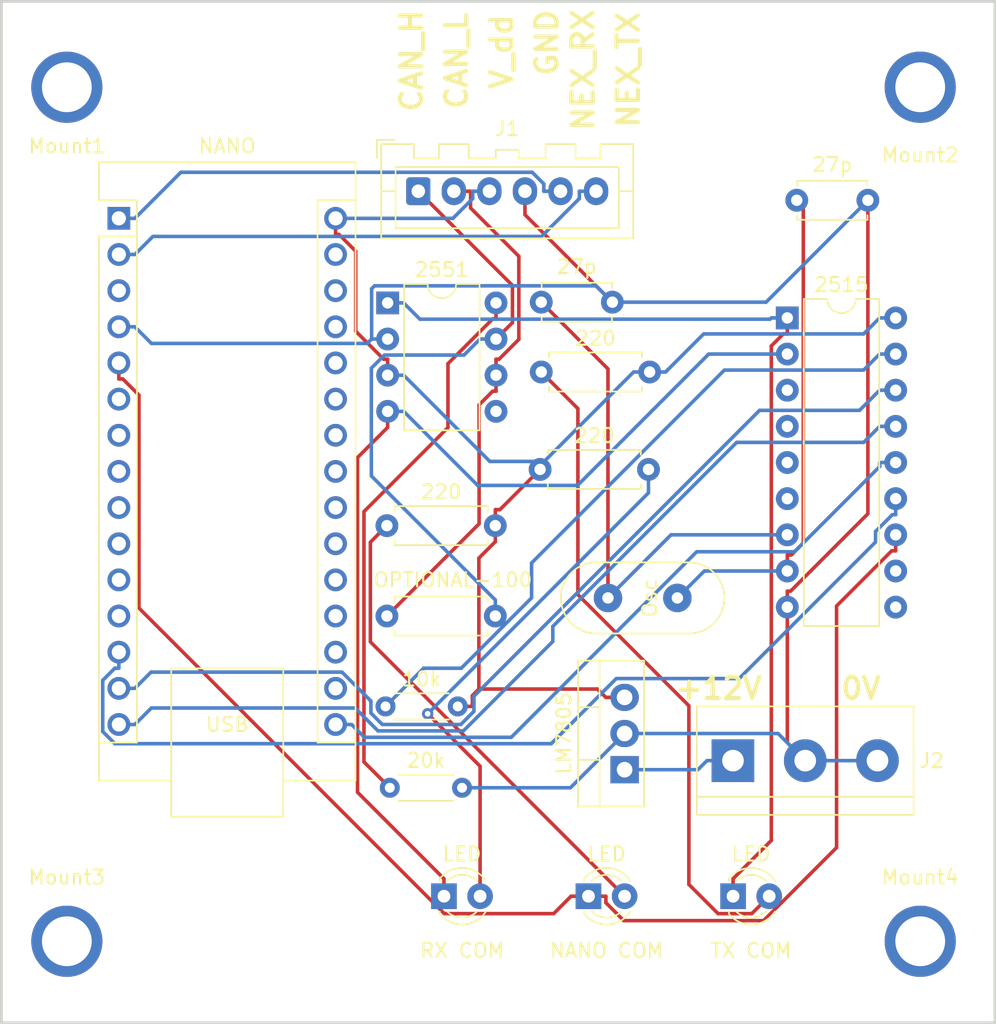
<source format=kicad_pcb>
(kicad_pcb (version 20211014) (generator pcbnew)
  (layers (0 "F.Cu" signal) (31 "B.Cu" signal) (34 "B.Paste" user) (35 "F.Paste" user) (36 "B.SilkS" user "B.Silkscreen") (37 "F.SilkS" user "F.Silkscreen") (38 "B.Mask" user) (39 "F.Mask" user) (44 "Edge.Cuts" user))
  (net 0 "")
  (net 1 "NEX_RX")
  (net 2 "NEX_TX")
  (net 4 "GND")
  (net 5 "NANO 2")
  (net 13 "Net-(A1-Pad13)")
  (net 14 "Net-(A1-Pad14)")
  (net 15 "Net-(A1-Pad15)")
  (net 16 "Net-(A1-Pad16)")
  (net 30 "V_dd")
  (net 31 "Net-(C1-Pad1)")
  (net 32 "Net-(C2-Pad1)")
  (net 33 "CAN_RX")
  (net 34 "Net-(D1-Pad2)")
  (net 35 "CAN_TX")
  (net 36 "Net-(D2-Pad2)")
  (net 37 "Net-(D3-Pad2)")
  (net 38 "CANH")
  (net 39 "CANL")
  (net 40 "Net-(R2-Pad1)")
  (net 41 "Net-(R5-Pad1)")
  (net 47 "V_IN")
  (footprint "Resistor_THT:R_Axial_DIN0207_L6.3mm_D2.5mm_P7.62mm_Horizontal" (layer "F.Cu") (at 63.275 46.85)
    (fp_text reference "220" (at 3.81 -2.37) (layer "F.SilkS"))
    (fp_text value "220")
    (fp_line (start 0.54 -1.37) (end 7.08 -1.37) (layer "F.SilkS") (width 0.12))
    (fp_line (start 0.54 1.04) (end 0.54 1.37) (layer "F.SilkS") (width 0.12))
    (fp_line (start 7.08 -1.37) (end 7.08 -1.04) (layer "F.SilkS") (width 0.12))
    (fp_line (start 7.08 1.37) (end 7.08 1.04) (layer "F.SilkS") (width 0.12))
    (fp_line (start 0.54 1.37) (end 7.08 1.37) (layer "F.SilkS") (width 0.12))
    (fp_line (start 0.54 -1.04) (end 0.54 -1.37) (layer "F.SilkS") (width 0.12))
    (pad "1" thru_hole circle (at 0 0) (size 1.6 1.6) (drill 0.8) (layers *.Cu *.Mask) (net 30 "V_dd"))
    (pad "2" thru_hole oval (at 7.62 0) (size 1.6 1.6) (drill 0.8) (layers *.Cu *.Mask) (net 34 "Net-(D1-Pad2)"))
  )
  (footprint "MountingHole:MountingHole_3.5mm_Pad" (layer "F.Cu") (at 90 80)
    (fp_text reference "Mount4" (at 0 -4.5) (layer "F.SilkS"))
    (fp_text value "MountingHole_3.5mm_Pad")
    (pad "1" thru_hole circle (at 0 0) (size 5 5) (drill 3.5) (layers F&B.Cu *.Mask))
  )
  (footprint "LED_THT:LED_D3.0mm" (layer "F.Cu") (at 56.515 76.835)
    (fp_text reference "LED" (at 1.27 -2.96) (layer "F.SilkS"))
    (fp_text value "RX COM" (at 1.27 3.81) (layer "F.SilkS"))
    (fp_line (start -0.29 -1.236) (end -0.29 -1.08) (layer "F.SilkS") (width 0.12))
    (fp_line (start -0.29 1.08) (end -0.29 1.236) (layer "F.SilkS") (width 0.12))
    (fp_arc (start 2.942335 1.078608) (mid 1.366487 1.987659) (end -0.29 1.235516) (layer "F.SilkS") (width 0.12))
    (fp_arc (start 0.229039 -1.08) (mid 1.270117 -1.5) (end 2.31113 -1.079837) (layer "F.SilkS") (width 0.12))
    (fp_arc (start 2.31113 1.079837) (mid 1.270117 1.5) (end 0.229039 1.08) (layer "F.SilkS") (width 0.12))
    (fp_arc (start -0.29 -1.235516) (mid 1.366487 -1.987659) (end 2.942335 -1.078608) (layer "F.SilkS") (width 0.12))
    (pad "1" thru_hole rect (at 0 0) (size 1.8 1.8) (drill 0.9) (layers *.Cu *.Mask) (net 33 "CAN_RX"))
    (pad "2" thru_hole circle (at 2.54 0) (size 1.8 1.8) (drill 0.9) (layers *.Cu *.Mask) (net 34 "Net-(D1-Pad2)"))
  )
  (footprint "LED_THT:LED_D3.0mm" (layer "F.Cu") (at 76.84 76.835)
    (fp_text reference "LED" (at 1.27 -2.96) (layer "F.SilkS"))
    (fp_text value "TX COM" (at 1.27 3.81) (layer "F.SilkS"))
    (fp_line (start -0.29 -1.236) (end -0.29 -1.08) (layer "F.SilkS") (width 0.12))
    (fp_line (start -0.29 1.08) (end -0.29 1.236) (layer "F.SilkS") (width 0.12))
    (fp_arc (start -0.29 -1.235516) (mid 1.366487 -1.987659) (end 2.942335 -1.078608) (layer "F.SilkS") (width 0.12))
    (fp_arc (start 2.31113 1.079837) (mid 1.270117 1.5) (end 0.229039 1.08) (layer "F.SilkS") (width 0.12))
    (fp_arc (start 2.942335 1.078608) (mid 1.366487 1.987659) (end -0.29 1.235516) (layer "F.SilkS") (width 0.12))
    (fp_arc (start 0.229039 -1.08) (mid 1.270117 -1.5) (end 2.31113 -1.079837) (layer "F.SilkS") (width 0.12))
    (pad "1" thru_hole rect (at 0 0) (size 1.8 1.8) (drill 0.9) (layers *.Cu *.Mask) (net 35 "CAN_TX"))
    (pad "2" thru_hole circle (at 2.54 0) (size 1.8 1.8) (drill 0.9) (layers *.Cu *.Mask) (net 36 "Net-(D2-Pad2)"))
  )
  (footprint "Capacitor_THT:C_Disc_D4.7mm_W2.5mm_P5.00mm" (layer "F.Cu") (at 81.32 27.94)
    (fp_text reference "27p" (at 2.5 -2.5) (layer "F.SilkS"))
    (fp_text value "27pF")
    (fp_line (start 0.03 -1.37) (end 4.97 -1.37) (layer "F.SilkS") (width 0.12))
    (fp_line (start 4.97 1.055) (end 4.97 1.37) (layer "F.SilkS") (width 0.12))
    (fp_line (start 0.03 1.055) (end 0.03 1.37) (layer "F.SilkS") (width 0.12))
    (fp_line (start 4.97 -1.37) (end 4.97 -1.055) (layer "F.SilkS") (width 0.12))
    (fp_line (start 0.03 1.37) (end 4.97 1.37) (layer "F.SilkS") (width 0.12))
    (fp_line (start 0.03 -1.37) (end 0.03 -1.055) (layer "F.SilkS") (width 0.12))
    (pad "1" thru_hole circle (at 0 0) (size 1.6 1.6) (drill 0.8) (layers *.Cu *.Mask) (net 32 "Net-(C2-Pad1)"))
    (pad "2" thru_hole circle (at 5 0) (size 1.6 1.6) (drill 0.8) (layers *.Cu *.Mask) (net 4 "GND"))
  )
  (footprint "Resistor_THT:R_Axial_DIN0207_L6.3mm_D2.5mm_P7.62mm_Horizontal" (layer "F.Cu") (at 63.355 40.005)
    (fp_text reference "220" (at 3.81 -2.37) (layer "F.SilkS"))
    (fp_text value "220")
    (fp_line (start 7.08 -1.37) (end 7.08 -1.04) (layer "F.SilkS") (width 0.12))
    (fp_line (start 0.54 -1.04) (end 0.54 -1.37) (layer "F.SilkS") (width 0.12))
    (fp_line (start 0.54 1.37) (end 7.08 1.37) (layer "F.SilkS") (width 0.12))
    (fp_line (start 7.08 1.37) (end 7.08 1.04) (layer "F.SilkS") (width 0.12))
    (fp_line (start 0.54 1.04) (end 0.54 1.37) (layer "F.SilkS") (width 0.12))
    (fp_line (start 0.54 -1.37) (end 7.08 -1.37) (layer "F.SilkS") (width 0.12))
    (pad "1" thru_hole circle (at 0 0) (size 1.6 1.6) (drill 0.8) (layers *.Cu *.Mask) (net 36 "Net-(D2-Pad2)"))
    (pad "2" thru_hole oval (at 7.62 0) (size 1.6 1.6) (drill 0.8) (layers *.Cu *.Mask) (net 30 "V_dd"))
  )
  (footprint "Package_TO_SOT_THT:TO-220-3_Vertical" (layer "F.Cu") (at 69.215 67.945 90)
    (fp_text reference "LM7805" (at 2.54 -4.27 90) (layer "F.SilkS"))
    (fp_text value "LM7805_TO220")
    (fp_line (start -2.58 -3.27) (end 7.66 -3.27) (layer "F.SilkS") (width 0.12))
    (fp_line (start 4.391 -3.27) (end 4.391 -1.76) (layer "F.SilkS") (width 0.12))
    (fp_line (start 0.69 -3.27) (end 0.69 -1.76) (layer "F.SilkS") (width 0.12))
    (fp_line (start -2.58 -1.76) (end 7.66 -1.76) (layer "F.SilkS") (width 0.12))
    (fp_line (start -2.58 -3.27) (end -2.58 1.371) (layer "F.SilkS") (width 0.12))
    (fp_line (start -2.58 1.371) (end 7.66 1.371) (layer "F.SilkS") (width 0.12))
    (fp_line (start 7.66 -3.27) (end 7.66 1.371) (layer "F.SilkS") (width 0.12))
    (pad "1" thru_hole rect (at 0 0 90) (size 1.905 2) (drill 1.1) (layers *.Cu *.Mask) (net 47 "V_IN"))
    (pad "2" thru_hole oval (at 2.54 0 90) (size 1.905 2) (drill 1.1) (layers *.Cu *.Mask) (net 4 "GND"))
    (pad "3" thru_hole oval (at 5.08 0 90) (size 1.905 2) (drill 1.1) (layers *.Cu *.Mask) (net 30 "V_dd"))
  )
  (footprint "LED_THT:LED_D3.0mm" (layer "F.Cu") (at 66.675 76.835)
    (fp_text reference "LED" (at 1.27 -2.96) (layer "F.SilkS"))
    (fp_text value "NANO COM" (at 1.27 3.81) (layer "F.SilkS"))
    (fp_line (start -0.29 1.08) (end -0.29 1.236) (layer "F.SilkS") (width 0.12))
    (fp_line (start -0.29 -1.236) (end -0.29 -1.08) (layer "F.SilkS") (width 0.12))
    (fp_arc (start 0.229039 -1.08) (mid 1.270117 -1.5) (end 2.31113 -1.079837) (layer "F.SilkS") (width 0.12))
    (fp_arc (start 2.942335 1.078608) (mid 1.366487 1.987659) (end -0.29 1.235516) (layer "F.SilkS") (width 0.12))
    (fp_arc (start 2.31113 1.079837) (mid 1.270117 1.5) (end 0.229039 1.08) (layer "F.SilkS") (width 0.12))
    (fp_arc (start -0.29 -1.235516) (mid 1.366487 -1.987659) (end 2.942335 -1.078608) (layer "F.SilkS") (width 0.12))
    (pad "1" thru_hole rect (at 0 0) (size 1.8 1.8) (drill 0.9) (layers *.Cu *.Mask) (net 5 "NANO 2"))
    (pad "2" thru_hole circle (at 2.54 0) (size 1.8 1.8) (drill 0.9) (layers *.Cu *.Mask) (net 37 "Net-(D3-Pad2)"))
  )
  (footprint "Module:Arduino_Nano" (layer "F.Cu") (at 33.655 29.21)
    (fp_text reference "NANO" (at 7.62 -5.08) (layer "F.SilkS"))
    (fp_text value "Arduino_Nano_v2.x")
    (fp_text user "USB" (at 7.62 35.56 unlocked) (layer "F.SilkS"))
    (fp_line (start 1.27 1.27) (end 1.27 36.83) (layer "F.SilkS") (width 0.12))
    (fp_line (start 1.27 -1.27) (end -1.4 -1.27) (layer "F.SilkS") (width 0.12))
    (fp_line (start 16.64 39.5) (end 16.64 -3.94) (layer "F.SilkS") (width 0.12))
    (fp_line (start 16.64 -3.94) (end -1.4 -3.94) (layer "F.SilkS") (width 0.12))
    (fp_line (start 1.27 1.27) (end 1.27 -1.27) (layer "F.SilkS") (width 0.12))
    (fp_line (start -1.4 -3.94) (end -1.4 -1.27) (layer "F.SilkS") (width 0.12))
    (fp_line (start -1.4 39.5) (end 3.68 39.5) (layer "F.SilkS") (width 0.12))
    (fp_line (start 3.68 42.04) (end 3.68 31.62) (layer "F.SilkS") (width 0.12))
    (fp_line (start 13.97 36.83) (end 16.64 36.83) (layer "F.SilkS") (width 0.12))
    (fp_line (start 16.64 39.5) (end 11.56 39.5) (layer "F.SilkS") (width 0.12))
    (fp_line (start 1.27 36.83) (end -1.4 36.83) (layer "F.SilkS") (width 0.12))
    (fp_line (start 11.56 42.04) (end 3.68 42.04) (layer "F.SilkS") (width 0.12))
    (fp_line (start 13.97 -1.27) (end 16.64 -1.27) (layer "F.SilkS") (width 0.12))
    (fp_line (start 11.56 31.62) (end 11.56 42.04) (layer "F.SilkS") (width 0.12))
    (fp_line (start 3.68 31.62) (end 11.56 31.62) (layer "F.SilkS") (width 0.12))
    (fp_line (start 13.97 -1.27) (end 13.97 36.83) (layer "F.SilkS") (width 0.12))
    (fp_line (start 1.27 1.27) (end -1.4 1.27) (layer "F.SilkS") (width 0.12))
    (fp_line (start -1.4 1.27) (end -1.4 39.5) (layer "F.SilkS") (width 0.12))
    (pad "1" thru_hole rect (at 0 0) (size 1.6 1.6) (drill 1) (layers *.Cu *.Mask) (net 1 "NEX_RX"))
    (pad "2" thru_hole oval (at 0 2.54) (size 1.6 1.6) (drill 1) (layers *.Cu *.Mask) (net 2 "NEX_TX"))
    (pad "3" thru_hole oval (at 0 5.08) (size 1.6 1.6) (drill 1) (layers *.Cu *.Mask))
    (pad "4" thru_hole oval (at 0 7.62) (size 1.6 1.6) (drill 1) (layers *.Cu *.Mask) (net 4 "GND"))
    (pad "5" thru_hole oval (at 0 10.16) (size 1.6 1.6) (drill 1) (layers *.Cu *.Mask) (net 5 "NANO 2"))
    (pad "6" thru_hole oval (at 0 12.7) (size 1.6 1.6) (drill 1) (layers *.Cu *.Mask))
    (pad "7" thru_hole oval (at 0 15.24) (size 1.6 1.6) (drill 1) (layers *.Cu *.Mask))
    (pad "8" thru_hole oval (at 0 17.78) (size 1.6 1.6) (drill 1) (layers *.Cu *.Mask))
    (pad "9" thru_hole oval (at 0 20.32) (size 1.6 1.6) (drill 1) (layers *.Cu *.Mask))
    (pad "10" thru_hole oval (at 0 22.86) (size 1.6 1.6) (drill 1) (layers *.Cu *.Mask))
    (pad "11" thru_hole oval (at 0 25.4) (size 1.6 1.6) (drill 1) (layers *.Cu *.Mask))
    (pad "12" thru_hole oval (at 0 27.94) (size 1.6 1.6) (drill 1) (layers *.Cu *.Mask))
    (pad "13" thru_hole oval (at 0 30.48) (size 1.6 1.6) (drill 1) (layers *.Cu *.Mask) (net 13 "Net-(A1-Pad13)"))
    (pad "14" thru_hole oval (at 0 33.02) (size 1.6 1.6) (drill 1) (layers *.Cu *.Mask) (net 14 "Net-(A1-Pad14)"))
    (pad "15" thru_hole oval (at 0 35.56) (size 1.6 1.6) (drill 1) (layers *.Cu *.Mask) (net 15 "Net-(A1-Pad15)"))
    (pad "16" thru_hole oval (at 15.24 35.56) (size 1.6 1.6) (drill 1) (layers *.Cu *.Mask) (net 16 "Net-(A1-Pad16)"))
    (pad "17" thru_hole oval (at 15.24 33.02) (size 1.6 1.6) (drill 1) (layers *.Cu *.Mask))
    (pad "18" thru_hole oval (at 15.24 30.48) (size 1.6 1.6) (drill 1) (layers *.Cu *.Mask))
    (pad "19" thru_hole oval (at 15.24 27.94) (size 1.6 1.6) (drill 1) (layers *.Cu *.Mask))
    (pad "20" thru_hole oval (at 15.24 25.4) (size 1.6 1.6) (drill 1) (layers *.Cu *.Mask))
    (pad "21" thru_hole oval (at 15.24 22.86) (size 1.6 1.6) (drill 1) (layers *.Cu *.Mask))
    (pad "22" thru_hole oval (at 15.24 20.32) (size 1.6 1.6) (drill 1) (layers *.Cu *.Mask))
    (pad "23" thru_hole oval (at 15.24 17.78) (size 1.6 1.6) (drill 1) (layers *.Cu *.Mask))
    (pad "24" thru_hole oval (at 15.24 15.24) (size 1.6 1.6) (drill 1) (layers *.Cu *.Mask))
    (pad "25" thru_hole oval (at 15.24 12.7) (size 1.6 1.6) (drill 1) (layers *.Cu *.Mask))
    (pad "26" thru_hole oval (at 15.24 10.16) (size 1.6 1.6) (drill 1) (layers *.Cu *.Mask))
    (pad "27" thru_hole oval (at 15.24 7.62) (size 1.6 1.6) (drill 1) (layers *.Cu *.Mask))
    (pad "28" thru_hole oval (at 15.24 5.08) (size 1.6 1.6) (drill 1) (layers *.Cu *.Mask))
    (pad "29" thru_hole oval (at 15.24 2.54) (size 1.6 1.6) (drill 1) (layers *.Cu *.Mask))
    (pad "30" thru_hole oval (at 15.24 0) (size 1.6 1.6) (drill 1) (layers *.Cu *.Mask) (net 30 "V_dd"))
  )
  (footprint "Connector_JST:JST_XA_B06B-XASK-1_1x06_P2.50mm_Vertical" (layer "F.Cu") (at 54.71 27.305)
    (fp_text reference "J1" (at 6.25 -4.4) (layer "F.SilkS"))
    (fp_text value "Conn_01x06_Male")
    (fp_line (start 1.45 -3.31) (end 1.45 -2.31) (layer "F.SilkS") (width 0.12))
    (fp_line (start 15.11 3.31) (end 15.11 -3.31) (layer "F.SilkS") (width 0.12))
    (fp_line (start 7.05 -2.91) (end 5.45 -2.91) (layer "F.SilkS") (width 0.12))
    (fp_line (start -0.31 -2.31) (end -0.31 -3.31) (layer "F.SilkS") (width 0.12))
    (fp_line (start 15.11 0) (end 14.1 0) (layer "F.SilkS") (width 0.12))
    (fp_line (start 12.81 -3.31) (end 12.81 -2.31) (layer "F.SilkS") (width 0.12))
    (fp_line (start 1.45 -2.31) (end -0.31 -2.31) (layer "F.SilkS") (width 0.12))
    (fp_line (start 14.1 -1.7) (end -1.6 -1.7) (layer "F.SilkS") (width 0.12))
    (fp_line (start -2.61 0) (end -1.6 0) (layer "F.SilkS") (width 0.12))
    (fp_line (start -1.6 -1.7) (end -1.6 2.6) (layer "F.SilkS") (width 0.12))
    (fp_line (start 7.05 -2.31) (end 7.05 -2.91) (layer "F.SilkS") (width 0.12))
    (fp_line (start -2.91 -3.61) (end -2.91 -2.36) (layer "F.SilkS") (width 0.12))
    (fp_line (start -2.61 -3.31) (end -2.61 3.31) (layer "F.SilkS") (width 0.12))
    (fp_line (start 11.05 -3.31) (end 8.95 -3.31) (layer "F.SilkS") (width 0.12))
    (fp_line (start 3.55 -3.31) (end 1.45 -3.31) (layer "F.SilkS") (width 0.12))
    (fp_line (start 14.1 2.6) (end 14.1 -1.7) (layer "F.SilkS") (width 0.12))
    (fp_line (start -2.61 3.31) (end 15.11 3.31) (layer "F.SilkS") (width 0.12))
    (fp_line (start 5.45 -2.91) (end 5.45 -2.31) (layer "F.SilkS") (width 0.12))
    (fp_line (start -1.6 2.6) (end 14.1 2.6) (layer "F.SilkS") (width 0.12))
    (fp_line (start 15.11 -3.31) (end 12.81 -3.31) (layer "F.SilkS") (width 0.12))
    (fp_line (start 3.55 -2.31) (end 3.55 -3.31) (layer "F.SilkS") (width 0.12))
    (fp_line (start 12.81 -2.31) (end 11.05 -2.31) (layer "F.SilkS") (width 0.12))
    (fp_line (start 5.45 -2.31) (end 3.55 -2.31) (layer "F.SilkS") (width 0.12))
    (fp_line (start -1.66 -3.61) (end -2.91 -3.61) (layer "F.SilkS") (width 0.12))
    (fp_line (start 8.95 -2.31) (end 7.05 -2.31) (layer "F.SilkS") (width 0.12))
    (fp_line (start -0.31 -3.31) (end -2.61 -3.31) (layer "F.SilkS") (width 0.12))
    (fp_line (start 8.95 -3.31) (end 8.95 -2.31) (layer "F.SilkS") (width 0.12))
    (fp_line (start 11.05 -2.31) (end 11.05 -3.31) (layer "F.SilkS") (width 0.12))
    (pad "1" thru_hole roundrect (at 0 0) (size 1.7 1.95) (drill 0.95) (layers *.Cu *.Mask) (roundrect_rratio 0.147059) (net 38 "CANH"))
    (pad "2" thru_hole oval (at 2.5 0) (size 1.7 1.95) (drill 0.95) (layers *.Cu *.Mask) (net 39 "CANL"))
    (pad "3" thru_hole oval (at 5 0) (size 1.7 1.95) (drill 0.95) (layers *.Cu *.Mask) (net 30 "V_dd"))
    (pad "4" thru_hole oval (at 7.5 0) (size 1.7 1.95) (drill 0.95) (layers *.Cu *.Mask) (net 4 "GND"))
    (pad "5" thru_hole oval (at 10 0) (size 1.7 1.95) (drill 0.95) (layers *.Cu *.Mask) (net 1 "NEX_RX"))
    (pad "6" thru_hole oval (at 12.5 0) (size 1.7 1.95) (drill 0.95) (layers *.Cu *.Mask) (net 2 "NEX_TX"))
  )
  (footprint "Resistor_THT:R_Axial_DIN0204_L3.6mm_D1.6mm_P5.08mm_Horizontal" (layer "F.Cu") (at 52.405 63.5)
    (fp_text reference "10k" (at 2.54 -1.92) (layer "F.SilkS"))
    (fp_text value "10k")
    (fp_line (start 0.62 -0.92) (end 4.46 -0.92) (layer "F.SilkS") (width 0.12))
    (fp_line (start 0.62 0.92) (end 4.46 0.92) (layer "F.SilkS") (width 0.12))
    (pad "1" thru_hole circle (at 0 0) (size 1.4 1.4) (drill 0.7) (layers *.Cu *.Mask) (net 41 "Net-(R5-Pad1)"))
    (pad "2" thru_hole oval (at 5.08 0) (size 1.4 1.4) (drill 0.7) (layers *.Cu *.Mask) (net 30 "V_dd"))
  )
  (footprint "Package_DIP:DIP-18_W7.62mm" (layer "F.Cu") (at 80.655 36.205)
    (fp_text reference "2515" (at 3.81 -2.33) (layer "F.SilkS"))
    (fp_text value "MCP2515-xSO")
    (fp_line (start 1.16 21.65) (end 6.46 21.65) (layer "F.SilkS") (width 0.12))
    (fp_line (start 6.46 21.65) (end 6.46 -1.33) (layer "F.SilkS") (width 0.12))
    (fp_line (start 6.46 -1.33) (end 4.81 -1.33) (layer "F.SilkS") (width 0.12))
    (fp_line (start 1.16 -1.33) (end 1.16 21.65) (layer "F.SilkS") (width 0.12))
    (fp_line (start 2.81 -1.33) (end 1.16 -1.33) (layer "F.SilkS") (width 0.12))
    (fp_arc (start 4.81 -1.33) (mid 3.81 -0.33) (end 2.81 -1.33) (layer "F.SilkS") (width 0.12))
    (pad "1" thru_hole rect (at 0 0) (size 1.6 1.6) (drill 0.8) (layers *.Cu *.Mask) (net 35 "CAN_TX"))
    (pad "2" thru_hole oval (at 0 2.54) (size 1.6 1.6) (drill 0.8) (layers *.Cu *.Mask) (net 33 "CAN_RX"))
    (pad "3" thru_hole oval (at 0 5.08) (size 1.6 1.6) (drill 0.8) (layers *.Cu *.Mask))
    (pad "4" thru_hole oval (at 0 7.62) (size 1.6 1.6) (drill 0.8) (layers *.Cu *.Mask))
    (pad "5" thru_hole oval (at 0 10.16) (size 1.6 1.6) (drill 0.8) (layers *.Cu *.Mask))
    (pad "6" thru_hole oval (at 0 12.7) (size 1.6 1.6) (drill 0.8) (layers *.Cu *.Mask))
    (pad "7" thru_hole oval (at 0 15.24) (size 1.6 1.6) (drill 0.8) (layers *.Cu *.Mask) (net 31 "Net-(C1-Pad1)"))
    (pad "8" thru_hole oval (at 0 17.78) (size 1.6 1.6) (drill 0.8) (layers *.Cu *.Mask) (net 32 "Net-(C2-Pad1)"))
    (pad "9" thru_hole oval (at 0 20.32) (size 1.6 1.6) (drill 0.8) (layers *.Cu *.Mask) (net 4 "GND"))
    (pad "10" thru_hole oval (at 7.62 20.32) (size 1.6 1.6) (drill 0.8) (layers *.Cu *.Mask))
    (pad "11" thru_hole oval (at 7.62 17.78) (size 1.6 1.6) (drill 0.8) (layers *.Cu *.Mask))
    (pad "12" thru_hole oval (at 7.62 15.24) (size 1.6 1.6) (drill 0.8) (layers *.Cu *.Mask) (net 5 "NANO 2"))
    (pad "13" thru_hole oval (at 7.62 12.7) (size 1.6 1.6) (drill 0.8) (layers *.Cu *.Mask) (net 13 "Net-(A1-Pad13)"))
    (pad "14" thru_hole oval (at 7.62 10.16) (size 1.6 1.6) (drill 0.8) (layers *.Cu *.Mask) (net 16 "Net-(A1-Pad16)"))
    (pad "15" thru_hole oval (at 7.62 7.62) (size 1.6 1.6) (drill 0.8) (layers *.Cu *.Mask) (net 15 "Net-(A1-Pad15)"))
    (pad "16" thru_hole oval (at 7.62 5.08) (size 1.6 1.6) (drill 0.8) (layers *.Cu *.Mask) (net 14 "Net-(A1-Pad14)"))
    (pad "17" thru_hole oval (at 7.62 2.54) (size 1.6 1.6) (drill 0.8) (layers *.Cu *.Mask) (net 41 "Net-(R5-Pad1)"))
    (pad "18" thru_hole oval (at 7.62 0) (size 1.6 1.6) (drill 0.8) (layers *.Cu *.Mask) (net 30 "V_dd"))
  )
  (footprint "MountingHole:MountingHole_3.5mm_Pad" (layer "F.Cu") (at 90 20)
    (fp_text reference "Mount2" (at 0 4.765) (layer "F.SilkS"))
    (fp_text value "MountingHole_3.5mm_Pad")
    (pad "1" thru_hole circle (at 0 0) (size 5 5) (drill 3.5) (layers *.Cu *.Mask))
  )
  (footprint "Resistor_THT:R_Axial_DIN0207_L6.3mm_D2.5mm_P7.62mm_Horizontal" (layer "F.Cu") (at 52.505 57.15)
    (fp_text reference "OPTIONAL-100" (at 4.645 -2.54) (layer "F.SilkS"))
    (fp_text value "100")
    (fp_line (start 0.54 1.37) (end 7.08 1.37) (layer "F.SilkS") (width 0.12))
    (fp_line (start 0.54 -1.04) (end 0.54 -1.37) (layer "F.SilkS") (width 0.12))
    (fp_line (start 7.08 1.37) (end 7.08 1.04) (layer "F.SilkS") (width 0.12))
    (fp_line (start 0.54 -1.37) (end 7.08 -1.37) (layer "F.SilkS") (width 0.12))
    (fp_line (start 0.54 1.04) (end 0.54 1.37) (layer "F.SilkS") (width 0.12))
    (fp_line (start 7.08 -1.37) (end 7.08 -1.04) (layer "F.SilkS") (width 0.12))
    (pad "1" thru_hole circle (at 0 0) (size 1.6 1.6) (drill 0.8) (layers *.Cu *.Mask) (net 39 "CANL"))
    (pad "2" thru_hole oval (at 7.62 0) (size 1.6 1.6) (drill 0.8) (layers *.Cu *.Mask) (net 38 "CANH"))
  )
  (footprint "Package_DIP:DIP-8_W7.62mm" (layer "F.Cu") (at 52.555 35.15)
    (fp_text reference "2551" (at 3.81 -2.33) (layer "F.SilkS"))
    (fp_text value "MCP2551-I-P")
    (fp_line (start 1.16 -1.33) (end 1.16 8.95) (layer "F.SilkS") (width 0.12))
    (fp_line (start 1.16 8.95) (end 6.46 8.95) (layer "F.SilkS") (width 0.12))
    (fp_line (start 6.46 -1.33) (end 4.81 -1.33) (layer "F.SilkS") (width 0.12))
    (fp_line (start 2.81 -1.33) (end 1.16 -1.33) (layer "F.SilkS") (width 0.12))
    (fp_line (start 6.46 8.95) (end 6.46 -1.33) (layer "F.SilkS") (width 0.12))
    (fp_arc (start 4.81 -1.33) (mid 3.81 -0.33) (end 2.81 -1.33) (layer "F.SilkS") (width 0.12))
    (pad "1" thru_hole rect (at 0 0) (size 1.6 1.6) (drill 0.8) (layers *.Cu *.Mask) (net 35 "CAN_TX"))
    (pad "2" thru_hole oval (at 0 2.54) (size 1.6 1.6) (drill 0.8) (layers *.Cu *.Mask) (net 4 "GND"))
    (pad "3" thru_hole oval (at 0 5.08) (size 1.6 1.6) (drill 0.8) (layers *.Cu *.Mask) (net 30 "V_dd"))
    (pad "4" thru_hole oval (at 0 7.62) (size 1.6 1.6) (drill 0.8) (layers *.Cu *.Mask) (net 33 "CAN_RX"))
    (pad "5" thru_hole oval (at 7.62 7.62) (size 1.6 1.6) (drill 0.8) (layers *.Cu *.Mask))
    (pad "6" thru_hole oval (at 7.62 5.08) (size 1.6 1.6) (drill 0.8) (layers *.Cu *.Mask) (net 39 "CANL"))
    (pad "7" thru_hole oval (at 7.62 2.54) (size 1.6 1.6) (drill 0.8) (layers *.Cu *.Mask) (net 38 "CANH"))
    (pad "8" thru_hole oval (at 7.62 0) (size 1.6 1.6) (drill 0.8) (layers *.Cu *.Mask) (net 40 "Net-(R2-Pad1)"))
  )
  (footprint "Resistor_THT:R_Axial_DIN0204_L3.6mm_D1.6mm_P5.08mm_Horizontal" (layer "F.Cu") (at 52.705 69.215)
    (fp_text reference "20k" (at 2.54 -1.92) (layer "F.SilkS"))
    (fp_text value "20k")
    (fp_line (start 0.62 0.92) (end 4.46 0.92) (layer "F.SilkS") (width 0.12))
    (fp_line (start 0.62 -0.92) (end 4.46 -0.92) (layer "F.SilkS") (width 0.12))
    (pad "1" thru_hole circle (at 0 0) (size 1.4 1.4) (drill 0.7) (layers *.Cu *.Mask) (net 40 "Net-(R2-Pad1)"))
    (pad "2" thru_hole oval (at 5.08 0) (size 1.4 1.4) (drill 0.7) (layers *.Cu *.Mask) (net 4 "GND"))
  )
  (footprint "Resistor_THT:R_Axial_DIN0207_L6.3mm_D2.5mm_P7.62mm_Horizontal" (layer "F.Cu") (at 52.505 50.8)
    (fp_text reference "220" (at 3.81 -2.37) (layer "F.SilkS"))
    (fp_text value "220")
    (fp_line (start 0.54 -1.37) (end 7.08 -1.37) (layer "F.SilkS") (width 0.12))
    (fp_line (start 0.54 -1.04) (end 0.54 -1.37) (layer "F.SilkS") (width 0.12))
    (fp_line (start 0.54 1.04) (end 0.54 1.37) (layer "F.SilkS") (width 0.12))
    (fp_line (start 7.08 1.37) (end 7.08 1.04) (layer "F.SilkS") (width 0.12))
    (fp_line (start 7.08 -1.37) (end 7.08 -1.04) (layer "F.SilkS") (width 0.12))
    (fp_line (start 0.54 1.37) (end 7.08 1.37) (layer "F.SilkS") (width 0.12))
    (pad "1" thru_hole circle (at 0 0) (size 1.6 1.6) (drill 0.8) (layers *.Cu *.Mask) (net 37 "Net-(D3-Pad2)"))
    (pad "2" thru_hole oval (at 7.62 0) (size 1.6 1.6) (drill 0.8) (layers *.Cu *.Mask) (net 30 "V_dd"))
  )
  (footprint "Capacitor_THT:C_Disc_D4.7mm_W2.5mm_P5.00mm" (layer "F.Cu") (at 63.355 35.1)
    (fp_text reference "27p" (at 2.5 -2.5) (layer "F.SilkS"))
    (fp_text value "27pF")
    (fp_line (start 0.03 1.37) (end 4.97 1.37) (layer "F.SilkS") (width 0.12))
    (fp_line (start 4.97 1.055) (end 4.97 1.37) (layer "F.SilkS") (width 0.12))
    (fp_line (start 4.97 -1.37) (end 4.97 -1.055) (layer "F.SilkS") (width 0.12))
    (fp_line (start 0.03 1.055) (end 0.03 1.37) (layer "F.SilkS") (width 0.12))
    (fp_line (start 0.03 -1.37) (end 4.97 -1.37) (layer "F.SilkS") (width 0.12))
    (fp_line (start 0.03 -1.37) (end 0.03 -1.055) (layer "F.SilkS") (width 0.12))
    (pad "1" thru_hole circle (at 0 0) (size 1.6 1.6) (drill 0.8) (layers *.Cu *.Mask) (net 31 "Net-(C1-Pad1)"))
    (pad "2" thru_hole circle (at 5 0) (size 1.6 1.6) (drill 0.8) (layers *.Cu *.Mask) (net 4 "GND"))
  )
  (footprint "Osc:9B-16.000MAAJ-B" (layer "F.Cu") (at 70.485 55.88 90)
    (fp_text reference "Osc" (at 0 0.5 90) (layer "F.SilkS"))
    (fp_text value "Crystal")
    (fp_line (start -2.5 3.25) (end -2.5 -3.25) (layer "F.SilkS") (width 0.12))
    (fp_line (start 2.5 3.25) (end 2.5 -3.25) (layer "F.SilkS") (width 0.12))
    (fp_arc (start 2.5 3.25) (mid 0 5.75) (end -2.5 3.25) (layer "F.SilkS") (width 0.12))
    (fp_arc (start -2.5 -3.25) (mid 0 -5.75) (end 2.5 -3.25) (layer "F.SilkS") (width 0.12))
    (pad "1" thru_hole circle locked (at 0 -2.44 90) (size 2 2) (drill 0.8) (layers *.Cu *.Mask) (net 31 "Net-(C1-Pad1)"))
    (pad "2" thru_hole circle locked (at 0 2.44 90) (size 2 2) (drill 0.8) (layers *.Cu *.Mask) (net 32 "Net-(C2-Pad1)"))
  )
  (footprint "MountingHole:MountingHole_3.5mm_Pad" (layer "F.Cu") (at 30 20)
    (fp_text reference "Mount1" (at 0 4.13) (layer "F.SilkS"))
    (fp_text value "MountingHole_3.5mm_Pad")
    (pad "1" thru_hole circle (at 0 0) (size 5 5) (drill 3.5) (layers F&B.Cu *.Mask))
  )
  (footprint "TerminalBlock:TerminalBlock_bornier-3_P5.08mm" (layer "F.Cu") (at 76.835 67.31)
    (fp_text reference "J2" (at 13.97 0) (layer "F.SilkS"))
    (fp_text value "Screw_Terminal_01x02")
    (fp_line (start -2.54 3.81) (end 12.7 3.81) (layer "F.SilkS") (width 0.12))
    (fp_line (start -2.54 3.81) (end -2.54 -3.81) (layer "F.SilkS") (width 0.12))
    (fp_line (start -2.54 2.54) (end 12.7 2.54) (layer "F.SilkS") (width 0.12))
    (fp_line (start 12.7 3.81) (end 12.7 -3.81) (layer "F.SilkS") (width 0.12))
    (fp_line (start -2.54 -3.81) (end 12.7 -3.81) (layer "F.SilkS") (width 0.12))
    (pad "1" thru_hole rect (at 0 0) (size 3 3) (drill 1.52) (layers *.Cu *.Mask) (net 47 "V_IN"))
    (pad "2" thru_hole circle (at 5.08 0) (size 3 3) (drill 1.52) (layers *.Cu *.Mask) (net 4 "GND"))
    (pad "3" thru_hole circle (at 10.16 0) (size 3 3) (drill 1.52) (layers *.Cu *.Mask))
  )
  (footprint "MountingHole:MountingHole_3.5mm_Pad" (layer "F.Cu") (at 30 80)
    (fp_text reference "Mount3" (at 0 -4.5) (layer "F.SilkS"))
    (fp_text value "MountingHole_3.5mm_Pad")
    (pad "1" thru_hole circle (at 0 0) (size 5 5) (drill 3.5) (layers *.Cu *.Mask))
  )
  (gr_rect (start 25.4 13.97) (end 95.25 85.725) (layer "Edge.Cuts") (width 0.2) (fill none))
  (gr_text "NEX_TX" (at 69.47 18.775 90) (layer "F.SilkS") (effects (font (size 1.5 1.5) (thickness 0.3))))
  (gr_text "V_dd\n" (at 60.58 17.505 90) (layer "F.SilkS") (effects (font (size 1.5 1.5) (thickness 0.3))))
  (gr_text "CAN_H\n" (at 54.23 18.14 90) (layer "F.SilkS") (effects (font (size 1.5 1.5) (thickness 0.3))))
  (gr_text "NEX_RX" (at 66.295 18.775 90) (layer "F.SilkS") (effects (font (size 1.5 1.5) (thickness 0.3))))
  (gr_text "CAN_L" (at 57.405 18.14 90) (layer "F.SilkS") (effects (font (size 1.5 1.5) (thickness 0.3))))
  (gr_text "GND" (at 63.755 16.87 90) (layer "F.SilkS") (effects (font (size 1.5 1.5) (thickness 0.3))))
  (gr_text "+12V	0V" (at 80.01 62.23) (layer "F.SilkS") (effects (font (size 1.5 1.5) (thickness 0.3))))
  (segment (start 62.7191 25.9751) (end 38.015 25.9751) (width 0.25) (layer "B.Cu") (net 1))
  (segment (start 63.5349 26.7909) (end 62.7191 25.9751) (width 0.25) (layer "B.Cu") (net 1))
  (segment (start 38.015 25.9751) (end 34.7801 29.21) (width 0.25) (layer "B.Cu") (net 1))
  (segment (start 63.5349 27.305) (end 63.5349 26.7909) (width 0.25) (layer "B.Cu") (net 1))
  (segment (start 33.655 29.21) (end 34.7801 29.21) (width 0.25) (layer "B.Cu") (net 1))
  (segment (start 64.71 27.305) (end 63.5349 27.305) (width 0.25) (layer "B.Cu") (net 1))
  (segment (start 33.655 31.75) (end 34.7801 31.75) (width 0.25) (layer "B.Cu") (net 2))
  (segment (start 63.374 30.48) (end 36.0501 30.48) (width 0.25) (layer "B.Cu") (net 2))
  (segment (start 66.0349 27.8191) (end 63.374 30.48) (width 0.25) (layer "B.Cu") (net 2))
  (segment (start 67.21 27.305) (end 66.0349 27.305) (width 0.25) (layer "B.Cu") (net 2))
  (segment (start 66.0349 27.305) (end 66.0349 27.8191) (width 0.25) (layer "B.Cu") (net 2))
  (segment (start 36.0501 30.48) (end 34.7801 31.75) (width 0.25) (layer "B.Cu") (net 2))
  (segment (start 86.32 49.968) (end 80.8881 55.3999) (width 0.25) (layer "F.Cu") (net 4))
  (segment (start 68.355 35.1) (end 62.21 28.955) (width 0.25) (layer "F.Cu") (net 4))
  (segment (start 80.8881 55.3999) (end 80.655 55.3999) (width 0.25) (layer "F.Cu") (net 4))
  (segment (start 62.21 28.955) (end 62.21 27.305) (width 0.25) (layer "F.Cu") (net 4))
  (segment (start 80.655 66.05) (end 81.915 67.31) (width 0.25) (layer "F.Cu") (net 4))
  (segment (start 86.32 27.94) (end 86.32 49.968) (width 0.25) (layer "F.Cu") (net 4))
  (segment (start 80.655 56.525) (end 80.655 66.05) (width 0.25) (layer "F.Cu") (net 4))
  (segment (start 80.655 56.525) (end 80.655 55.3999) (width 0.25) (layer "F.Cu") (net 4))
  (segment (start 35.9476 37.9975) (end 34.7801 36.83) (width 0.25) (layer "B.Cu") (net 4))
  (segment (start 81.915 67.31) (end 86.995 67.31) (width 0.25) (layer "B.Cu") (net 4))
  (segment (start 51.1224 37.9975) (end 35.9476 37.9975) (width 0.25) (layer "B.Cu") (net 4))
  (segment (start 80.01 65.405) (end 81.915 67.31) (width 0.25) (layer "B.Cu") (net 4))
  (segment (start 51.4299 37.69) (end 51.1224 37.9975) (width 0.25) (layer "B.Cu") (net 4))
  (segment (start 67.2064 33.9514) (end 51.6314 33.9514) (width 0.25) (layer "B.Cu") (net 4))
  (segment (start 65.405 69.215) (end 69.215 65.405) (width 0.25) (layer "B.Cu") (net 4))
  (segment (start 69.215 65.405) (end 80.01 65.405) (width 0.25) (layer "B.Cu") (net 4))
  (segment (start 52.555 37.69) (end 51.4299 37.69) (width 0.25) (layer "B.Cu") (net 4))
  (segment (start 33.655 36.83) (end 34.7801 36.83) (width 0.25) (layer "B.Cu") (net 4))
  (segment (start 51.4299 34.1529) (end 51.4299 37.69) (width 0.25) (layer "B.Cu") (net 4))
  (segment (start 79.16 35.1) (end 68.355 35.1) (width 0.25) (layer "B.Cu") (net 4))
  (segment (start 57.785 69.215) (end 65.405 69.215) (width 0.25) (layer "B.Cu") (net 4))
  (segment (start 86.32 27.94) (end 79.16 35.1) (width 0.25) (layer "B.Cu") (net 4))
  (segment (start 68.355 35.1) (end 67.2064 33.9514) (width 0.25) (layer "B.Cu") (net 4))
  (segment (start 51.6314 33.9514) (end 51.4299 34.1529) (width 0.25) (layer "B.Cu") (net 4))
  (segment (start 88.0418 50.0301) (end 88.275 50.0301) (width 0.25) (layer "B.Cu") (net 13))
  (segment (start 32.5225 65.2667) (end 33.3761 66.1203) (width 0.25) (layer "B.Cu") (net 13))
  (segment (start 33.3761 66.1203) (end 64.055 66.1203) (width 0.25) (layer "B.Cu") (net 13))
  (segment (start 86.8602 51.9532) (end 86.8602 51.2117) (width 0.25) (layer "B.Cu") (net 13))
  (segment (start 77.2681 61.5453) (end 86.8602 51.9532) (width 0.25) (layer "B.Cu") (net 13))
  (segment (start 32.5225 61.6663) (end 32.5225 65.2667) (width 0.25) (layer "B.Cu") (net 13))
  (segment (start 68.63 61.5453) (end 77.2681 61.5453) (width 0.25) (layer "B.Cu") (net 13))
  (segment (start 33.655 59.69) (end 33.655 60.8151) (width 0.25) (layer "B.Cu") (net 13))
  (segment (start 86.8602 51.2117) (end 88.0418 50.0301) (width 0.25) (layer "B.Cu") (net 13))
  (segment (start 64.055 66.1203) (end 68.63 61.5453) (width 0.25) (layer "B.Cu") (net 13))
  (segment (start 33.3737 60.8151) (end 32.5225 61.6663) (width 0.25) (layer "B.Cu") (net 13))
  (segment (start 88.275 48.905) (end 88.275 50.0301) (width 0.25) (layer "B.Cu") (net 13))
  (segment (start 33.655 60.8151) (end 33.3737 60.8151) (width 0.25) (layer "B.Cu") (net 13))
  (segment (start 58.6219 62.7828) (end 78.7049 42.6998) (width 0.25) (layer "B.Cu") (net 14))
  (segment (start 51.3798 63.967) (end 52.1828 64.77) (width 0.25) (layer "B.Cu") (net 14))
  (segment (start 35.9185 61.0916) (end 49.3477 61.0916) (width 0.25) (layer "B.Cu") (net 14))
  (segment (start 57.6959 64.77) (end 58.6219 63.844) (width 0.25) (layer "B.Cu") (net 14))
  (segment (start 34.7801 62.23) (end 35.9185 61.0916) (width 0.25) (layer "B.Cu") (net 14))
  (segment (start 78.7049 42.6998) (end 85.7351 42.6998) (width 0.25) (layer "B.Cu") (net 14))
  (segment (start 88.275 41.285) (end 87.1499 41.285) (width 0.25) (layer "B.Cu") (net 14))
  (segment (start 49.3477 61.0916) (end 51.3798 63.1237) (width 0.25) (layer "B.Cu") (net 14))
  (segment (start 52.1828 64.77) (end 57.6959 64.77) (width 0.25) (layer "B.Cu") (net 14))
  (segment (start 85.7351 42.6998) (end 87.1499 41.285) (width 0.25) (layer "B.Cu") (net 14))
  (segment (start 51.3798 63.1237) (end 51.3798 63.967) (width 0.25) (layer "B.Cu") (net 14))
  (segment (start 33.655 62.23) (end 34.7801 62.23) (width 0.25) (layer "B.Cu") (net 14))
  (segment (start 58.6219 63.844) (end 58.6219 62.7828) (width 0.25) (layer "B.Cu") (net 14))
  (segment (start 77.0948 44.9501) (end 86.0248 44.9501) (width 0.25) (layer "B.Cu") (net 15))
  (segment (start 51.8758 65.2201) (end 57.8824 65.2201) (width 0.25) (layer "B.Cu") (net 15))
  (segment (start 88.275 43.825) (end 87.1499 43.825) (width 0.25) (layer "B.Cu") (net 15))
  (segment (start 86.0248 44.9501) (end 87.1499 43.825) (width 0.25) (layer "B.Cu") (net 15))
  (segment (start 50.2682 63.6125) (end 51.8758 65.2201) (width 0.25) (layer "B.Cu") (net 15))
  (segment (start 64.1686 58.9339) (end 64.1686 57.8763) (width 0.25) (layer "B.Cu") (net 15))
  (segment (start 57.8824 65.2201) (end 64.1686 58.9339) (width 0.25) (layer "B.Cu") (net 15))
  (segment (start 64.1686 57.8763) (end 77.0948 44.9501) (width 0.25) (layer "B.Cu") (net 15))
  (segment (start 34.7801 64.77) (end 35.9376 63.6125) (width 0.25) (layer "B.Cu") (net 15))
  (segment (start 35.9376 63.6125) (end 50.2682 63.6125) (width 0.25) (layer "B.Cu") (net 15))
  (segment (start 33.655 64.77) (end 34.7801 64.77) (width 0.25) (layer "B.Cu") (net 15))
  (segment (start 50.0201 64.77) (end 50.9203 65.6702) (width 0.25) (layer "B.Cu") (net 16))
  (segment (start 61.2484 65.6702) (end 74.2834 52.6352) (width 0.25) (layer "B.Cu") (net 16))
  (segment (start 81.161 52.6352) (end 87.1499 46.6463) (width 0.25) (layer "B.Cu") (net 16))
  (segment (start 74.2834 52.6352) (end 81.161 52.6352) (width 0.25) (layer "B.Cu") (net 16))
  (segment (start 88.275 46.365) (end 87.1499 46.365) (width 0.25) (layer "B.Cu") (net 16))
  (segment (start 48.895 64.77) (end 50.0201 64.77) (width 0.25) (layer "B.Cu") (net 16))
  (segment (start 50.9203 65.6702) (end 61.2484 65.6702) (width 0.25) (layer "B.Cu") (net 16))
  (segment (start 87.1499 46.6463) (end 87.1499 46.365) (width 0.25) (layer "B.Cu") (net 16))
  (segment (start 67.3063 62.2814) (end 67.8899 62.865) (width 0.25) (layer "F.Cu") (net 30))
  (segment (start 69.215 62.865) (end 67.8899 62.865) (width 0.25) (layer "F.Cu") (net 30))
  (segment (start 60.125 50.8) (end 60.125 49.6749) (width 0.25) (layer "F.Cu") (net 30))
  (segment (start 50.3098 37.141) (end 50.3098 31.5168) (width 0.25) (layer "F.Cu") (net 30))
  (segment (start 60.125 49.6749) (end 60.4501 49.6749) (width 0.25) (layer "F.Cu") (net 30))
  (segment (start 58.97 62.2814) (end 58.97 53.0801) (width 0.25) (layer "F.Cu") (net 30))
  (segment (start 52.555 39.1049) (end 52.2737 39.1049) (width 0.25) (layer "F.Cu") (net 30))
  (segment (start 50.3098 31.5168) (end 49.1281 30.3351) (width 0.25) (layer "F.Cu") (net 30))
  (segment (start 52.2737 39.1049) (end 50.3098 37.141) (width 0.25) (layer "F.Cu") (net 30))
  (segment (start 60.125 50.8) (end 60.125 51.9251) (width 0.25) (layer "F.Cu") (net 30))
  (segment (start 48.895 29.21) (end 48.895 30.3351) (width 0.25) (layer "F.Cu") (net 30))
  (segment (start 60.4501 49.6749) (end 63.275 46.85) (width 0.25) (layer "F.Cu") (net 30))
  (segment (start 58.5101 62.7413) (end 58.97 62.2814) (width 0.25) (layer "F.Cu") (net 30))
  (segment (start 49.1281 30.3351) (end 48.895 30.3351) (width 0.25) (layer "F.Cu") (net 30))
  (segment (start 52.555 40.23) (end 52.555 39.1049) (width 0.25) (layer "F.Cu") (net 30))
  (segment (start 57.485 63.5) (end 58.5101 63.5) (width 0.25) (layer "F.Cu") (net 30))
  (segment (start 58.97 62.2814) (end 67.3063 62.2814) (width 0.25) (layer "F.Cu") (net 30))
  (segment (start 58.5101 63.5) (end 58.5101 62.7413) (width 0.25) (layer "F.Cu") (net 30))
  (segment (start 58.97 53.0801) (end 60.125 51.9251) (width 0.25) (layer "F.Cu") (net 30))
  (segment (start 52.555 40.23) (end 53.6801 40.23) (width 0.25) (layer "B.Cu") (net 30))
  (segment (start 58.5349 27.8191) (end 57.144 29.21) (width 0.25) (layer "B.Cu") (net 30))
  (segment (start 63.5681 46.2868) (end 63.275 46.2868) (width 0.25) (layer "B.Cu") (net 30))
  (segment (start 58.5349 27.305) (end 58.5349 27.8191) (width 0.25) (layer "B.Cu") (net 30))
  (segment (start 69.8499 40.005) (end 63.5681 46.2868) (width 0.25) (layer "B.Cu") (net 30))
  (segment (start 86.0248 37.3301) (end 74.775 37.3301) (width 0.25) (layer "B.Cu") (net 30))
  (segment (start 59.71 27.305) (end 58.5349 27.305) (width 0.25) (layer "B.Cu") (net 30))
  (segment (start 87.1499 36.205) (end 86.0248 37.3301) (width 0.25) (layer "B.Cu") (net 30))
  (segment (start 88.275 36.205) (end 87.1499 36.205) (width 0.25) (layer "B.Cu") (net 30))
  (segment (start 63.275 46.2868) (end 59.7369 46.2868) (width 0.25) (layer "B.Cu") (net 30))
  (segment (start 70.975 40.005) (end 69.8499 40.005) (width 0.25) (layer "B.Cu") (net 30))
  (segment (start 74.775 37.3301) (end 72.1001 40.005) (width 0.25) (layer "B.Cu") (net 30))
  (segment (start 63.275 46.85) (end 63.275 46.2868) (width 0.25) (layer "B.Cu") (net 30))
  (segment (start 57.144 29.21) (end 48.895 29.21) (width 0.25) (layer "B.Cu") (net 30))
  (segment (start 59.7369 46.2868) (end 53.6801 40.23) (width 0.25) (layer "B.Cu") (net 30))
  (segment (start 70.975 40.005) (end 72.1001 40.005) (width 0.25) (layer "B.Cu") (net 30))
  (segment (start 68.045 39.79) (end 63.355 35.1) (width 0.25) (layer "F.Cu") (net 31))
  (segment (start 68.045 55.88) (end 68.045 39.79) (width 0.25) (layer "F.Cu") (net 31))
  (segment (start 68.045 55.88) (end 72.48 51.445) (width 0.25) (layer "B.Cu") (net 31))
  (segment (start 72.48 51.445) (end 80.655 51.445) (width 0.25) (layer "B.Cu") (net 31))
  (segment (start 80.9363 52.8599) (end 81.7802 52.016) (width 0.25) (layer "F.Cu") (net 32))
  (segment (start 80.655 53.985) (end 80.655 52.8599) (width 0.25) (layer "F.Cu") (net 32))
  (segment (start 81.7802 28.4002) (end 81.32 27.94) (width 0.25) (layer "F.Cu") (net 32))
  (segment (start 80.655 52.8599) (end 80.9363 52.8599) (width 0.25) (layer "F.Cu") (net 32))
  (segment (start 81.7802 52.016) (end 81.7802 28.4002) (width 0.25) (layer "F.Cu") (net 32))
  (segment (start 80.655 53.985) (end 79.5299 53.985) (width 0.25) (layer "B.Cu") (net 32))
  (segment (start 79.5299 53.985) (end 74.82 53.985) (width 0.25) (layer "B.Cu") (net 32))
  (segment (start 74.82 53.985) (end 72.925 55.88) (width 0.25) (layer "B.Cu") (net 32))
  (segment (start 35.0698 41.6286) (end 33.9363 40.4951) (width 0.25) (layer "F.Cu") (net 33))
  (segment (start 65.9309 42.5809) (end 65.9309 55.6517) (width 0.25) (layer "F.Cu") (net 33))
  (segment (start 33.9363 40.4951) (end 33.655 40.4951) (width 0.25) (layer "F.Cu") (net 33))
  (segment (start 73.7346 76.0076) (end 75.7872 78.0602) (width 0.25) (layer "F.Cu") (net 33))
  (segment (start 84.1199 73.4153) (end 78.9859 78.5493) (width 0.25) (layer "F.Cu") (net 33))
  (segment (start 33.655 39.37) (end 33.655 40.4951) (width 0.25) (layer "F.Cu") (net 33))
  (segment (start 65.4499 76.835) (end 64.2247 78.0602) (width 0.25) (layer "F.Cu") (net 33))
  (segment (start 69.155 78.5493) (end 67.9001 77.2944) (width 0.25) (layer "F.Cu") (net 33))
  (segment (start 50.4383 46.0118) (end 50.4383 69.5332) (width 0.25) (layer "F.Cu") (net 33))
  (segment (start 87.9937 52.5701) (end 84.1199 56.4439) (width 0.25) (layer "F.Cu") (net 33))
  (segment (start 64.2247 78.0602) (end 56.5397 78.0602) (width 0.25) (layer "F.Cu") (net 33))
  (segment (start 52.555 43.8951) (end 50.4383 46.0118) (width 0.25) (layer "F.Cu") (net 33))
  (segment (start 75.7872 78.0602) (end 78.1548 78.0602) (width 0.25) (layer "F.Cu") (net 33))
  (segment (start 84.1199 56.4439) (end 84.1199 73.4153) (width 0.25) (layer "F.Cu") (net 33))
  (segment (start 66.675 76.835) (end 65.4499 76.835) (width 0.25) (layer "F.Cu") (net 33))
  (segment (start 67.238 76.835) (end 67.9001 76.835) (width 0.25) (layer "F.Cu") (net 33))
  (segment (start 63.355 40.005) (end 65.9309 42.5809) (width 0.25) (layer "F.Cu") (net 33))
  (segment (start 56.515 76.835) (end 56.515 75.6099) (width 0.25) (layer "F.Cu") (net 33))
  (segment (start 88.275 52.5701) (end 87.9937 52.5701) (width 0.25) (layer "F.Cu") (net 33))
  (segment (start 56.5397 78.0602) (end 35.0698 56.5903) (width 0.25) (layer "F.Cu") (net 33))
  (segment (start 67.9001 77.2944) (end 67.9001 76.835) (width 0.25) (layer "F.Cu") (net 33))
  (segment (start 35.0698 56.5903) (end 35.0698 41.6286) (width 0.25) (layer "F.Cu") (net 33))
  (segment (start 65.9309 55.6517) (end 73.7346 63.4554) (width 0.25) (layer "F.Cu") (net 33))
  (segment (start 50.4383 69.5332) (end 56.515 75.6099) (width 0.25) (layer "F.Cu") (net 33))
  (segment (start 78.1548 78.0602) (end 79.38 76.835) (width 0.25) (layer "F.Cu") (net 33))
  (segment (start 88.275 51.445) (end 88.275 52.5701) (width 0.25) (layer "F.Cu") (net 33))
  (segment (start 52.555 42.77) (end 52.555 43.8951) (width 0.25) (layer "F.Cu") (net 33))
  (segment (start 73.7346 63.4554) (end 73.7346 76.0076) (width 0.25) (layer "F.Cu") (net 33))
  (segment (start 78.9859 78.5493) (end 69.155 78.5493) (width 0.25) (layer "F.Cu") (net 33))
  (segment (start 67.238 76.835) (end 66.675 76.835) (width 0.25) (layer "F.Cu") (net 33))
  (segment (start 65.9026 47.9751) (end 75.1327 38.745) (width 0.25) (layer "B.Cu") (net 33))
  (segment (start 75.1327 38.745) (end 80.655 38.745) (width 0.25) (layer "B.Cu") (net 33))
  (segment (start 58.8852 47.9751) (end 65.9026 47.9751) (width 0.25) (layer "B.Cu") (net 33))
  (segment (start 53.6801 42.77) (end 58.8852 47.9751) (width 0.25) (layer "B.Cu") (net 33))
  (segment (start 52.555 42.77) (end 53.6801 42.77) (width 0.25) (layer "B.Cu") (net 33))
  (segment (start 59.055 76.835) (end 59.055 67.7046) (width 0.25) (layer "F.Cu") (net 34))
  (segment (start 59.055 67.7046) (end 55.3685 64.0181) (width 0.25) (layer "F.Cu") (net 34))
  (via (at 55.3685 64.0181) (size 0.8) (drill 0.4) (layers "F.Cu" "B.Cu") (net 34))
  (segment (start 70.895 48.4916) (end 55.3685 64.0181) (width 0.25) (layer "B.Cu") (net 34))
  (segment (start 70.895 46.85) (end 70.895 48.4916) (width 0.25) (layer "B.Cu") (net 34))
  (segment (start 80.655 37.3301) (end 80.3736 37.3301) (width 0.25) (layer "F.Cu") (net 35))
  (segment (start 79.5299 38.1738) (end 79.5299 72.92) (width 0.25) (layer "F.Cu") (net 35))
  (segment (start 76.84 76.835) (end 76.84 75.6099) (width 0.25) (layer "F.Cu") (net 35))
  (segment (start 79.5299 72.92) (end 76.84 75.6099) (width 0.25) (layer "F.Cu") (net 35))
  (segment (start 80.3736 37.3301) (end 79.5299 38.1738) (width 0.25) (layer "F.Cu") (net 35))
  (segment (start 80.655 36.205) (end 80.655 37.3301) (width 0.25) (layer "F.Cu") (net 35))
  (segment (start 80.655 36.205) (end 79.5299 36.205) (width 0.25) (layer "B.Cu") (net 35))
  (segment (start 79.4399 36.295) (end 79.5299 36.205) (width 0.25) (layer "B.Cu") (net 35))
  (segment (start 54.8251 36.295) (end 79.4399 36.295) (width 0.25) (layer "B.Cu") (net 35))
  (segment (start 53.6801 35.15) (end 54.8251 36.295) (width 0.25) (layer "B.Cu") (net 35))
  (segment (start 52.555 35.15) (end 53.6801 35.15) (width 0.25) (layer "B.Cu") (net 35))
  (segment (start 51.3386 58.9586) (end 69.215 76.835) (width 0.25) (layer "F.Cu") (net 37))
  (segment (start 51.3386 51.9664) (end 51.3386 58.9586) (width 0.25) (layer "F.Cu") (net 37))
  (segment (start 52.505 50.8) (end 51.3386 51.9664) (width 0.25) (layer "F.Cu") (net 37))
  (segment (start 61.3289 33.9239) (end 54.71 27.305) (width 0.25) (layer "F.Cu") (net 38))
  (segment (start 61.3289 36.5361) (end 61.3289 33.9239) (width 0.25) (layer "F.Cu") (net 38))
  (segment (start 60.175 37.69) (end 61.3289 36.5361) (width 0.25) (layer "F.Cu") (net 38))
  (segment (start 57.9248 38.8151) (end 52.3292 38.8151) (width 0.25) (layer "B.Cu") (net 38))
  (segment (start 86.0248 39.8701) (end 76.2305 39.8701) (width 0.25) (layer "B.Cu") (net 38))
  (segment (start 87.1499 38.745) (end 86.0248 39.8701) (width 0.25) (layer "B.Cu") (net 38))
  (segment (start 59.0499 37.69) (end 57.9248 38.8151) (width 0.25) (layer "B.Cu") (net 38))
  (segment (start 55.0886 60.8164) (end 52.405 63.5) (width 0.25) (layer "B.Cu") (net 38))
  (segment (start 60.175 37.69) (end 59.0499 37.69) (width 0.25) (layer "B.Cu") (net 38))
  (segment (start 76.2305 39.8701) (end 62.6759 53.4247) (width 0.25) (layer "B.Cu") (net 38))
  (segment (start 62.6759 55.8728) (end 57.7323 60.8164) (width 0.25) (layer "B.Cu") (net 38))
  (segment (start 51.4075 39.7368) (end 51.4075 47.3074) (width 0.25) (layer "B.Cu") (net 38))
  (segment (start 57.7323 60.8164) (end 55.0886 60.8164) (width 0.25) (layer "B.Cu") (net 38))
  (segment (start 88.275 38.745) (end 87.1499 38.745) (width 0.25) (layer "B.Cu") (net 38))
  (segment (start 51.4075 47.3074) (end 60.125 56.0249) (width 0.25) (layer "B.Cu") (net 38))
  (segment (start 52.3292 38.8151) (end 51.4075 39.7368) (width 0.25) (layer "B.Cu") (net 38))
  (segment (start 62.6759 53.4247) (end 62.6759 55.8728) (width 0.25) (layer "B.Cu") (net 38))
  (segment (start 60.125 57.15) (end 60.125 56.0249) (width 0.25) (layer "B.Cu") (net 38))
  (segment (start 60.175 39.1049) (end 60.3859 39.1049) (width 0.25) (layer "F.Cu") (net 39))
  (segment (start 60.175 40.7925) (end 60.175 41.3551) (width 0.25) (layer "F.Cu") (net 39))
  (segment (start 61.7791 37.7117) (end 61.7791 31.8741) (width 0.25) (layer "F.Cu") (net 39))
  (segment (start 60.175 40.23) (end 60.175 39.1049) (width 0.25) (layer "F.Cu") (net 39))
  (segment (start 61.7791 31.8741) (end 58.3851 28.4801) (width 0.25) (layer "F.Cu") (net 39))
  (segment (start 52.505 57.15) (end 58.9852 50.6698) (width 0.25) (layer "F.Cu") (net 39))
  (segment (start 57.21 27.305) (end 58.3851 27.305) (width 0.25) (layer "F.Cu") (net 39))
  (segment (start 60.175 40.7925) (end 60.175 40.23) (width 0.25) (layer "F.Cu") (net 39))
  (segment (start 58.3851 28.4801) (end 58.3851 27.305) (width 0.25) (layer "F.Cu") (net 39))
  (segment (start 59.9418 41.3551) (end 60.175 41.3551) (width 0.25) (layer "F.Cu") (net 39))
  (segment (start 58.9852 42.3117) (end 59.9418 41.3551) (width 0.25) (layer "F.Cu") (net 39))
  (segment (start 60.3859 39.1049) (end 61.7791 37.7117) (width 0.25) (layer "F.Cu") (net 39))
  (segment (start 58.9852 50.6698) (end 58.9852 42.3117) (width 0.25) (layer "F.Cu") (net 39))
  (segment (start 50.8884 67.3984) (end 52.705 69.215) (width 0.25) (layer "F.Cu") (net 40))
  (segment (start 60.175 36.2751) (end 59.9418 36.2751) (width 0.25) (layer "F.Cu") (net 40))
  (segment (start 59.9418 36.2751) (end 56.7951 39.4218) (width 0.25) (layer "F.Cu") (net 40))
  (segment (start 56.7951 43.909) (end 50.8884 49.8157) (width 0.25) (layer "F.Cu") (net 40))
  (segment (start 50.8884 49.8157) (end 50.8884 67.3984) (width 0.25) (layer "F.Cu") (net 40))
  (segment (start 56.7951 39.4218) (end 56.7951 43.909) (width 0.25) (layer "F.Cu") (net 40))
  (segment (start 60.175 35.15) (end 60.175 36.2751) (width 0.25) (layer "F.Cu") (net 40))
  (segment (start 76.835 67.31) (end 75.0099 67.31) (width 0.25) (layer "B.Cu") (net 47))
  (segment (start 69.215 67.945) (end 74.3749 67.945) (width 0.25) (layer "B.Cu") (net 47))
  (segment (start 74.3749 67.945) (end 75.0099 67.31) (width 0.25) (layer "B.Cu") (net 47))
)
</source>
